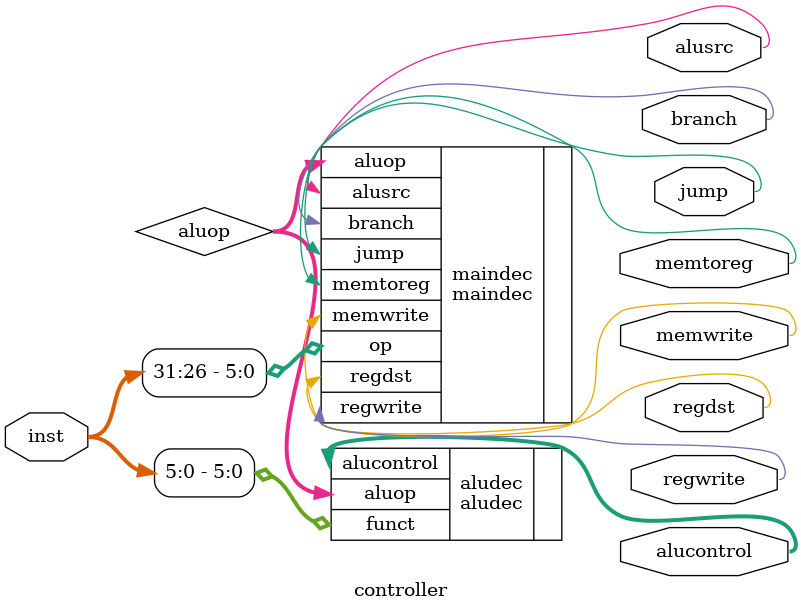
<source format=v>
`timescale 1ns / 1ps

module controller(input [31:0] inst,
                  output regdst,
                  output regwrite,
                  output alusrc,
                  output memwrite,
                  output memtoreg,
                  output branch,
                  output jump,
                  output [2:0]alucontrol);

wire [1:0]aluop;
maindec maindec(
    .op(inst[31:26]),
    .regdst(regdst),
    .regwrite(regwrite),
    .alusrc(alusrc),
    .memwrite(memwrite),
    .memtoreg(memtoreg),
    .branch(branch),
    .jump(jump),
    .aluop(aluop)
);

aludec aludec(
    .funct(inst[5:0]),
    .aluop(aluop),
    .alucontrol(alucontrol)
);

endmodule

</source>
